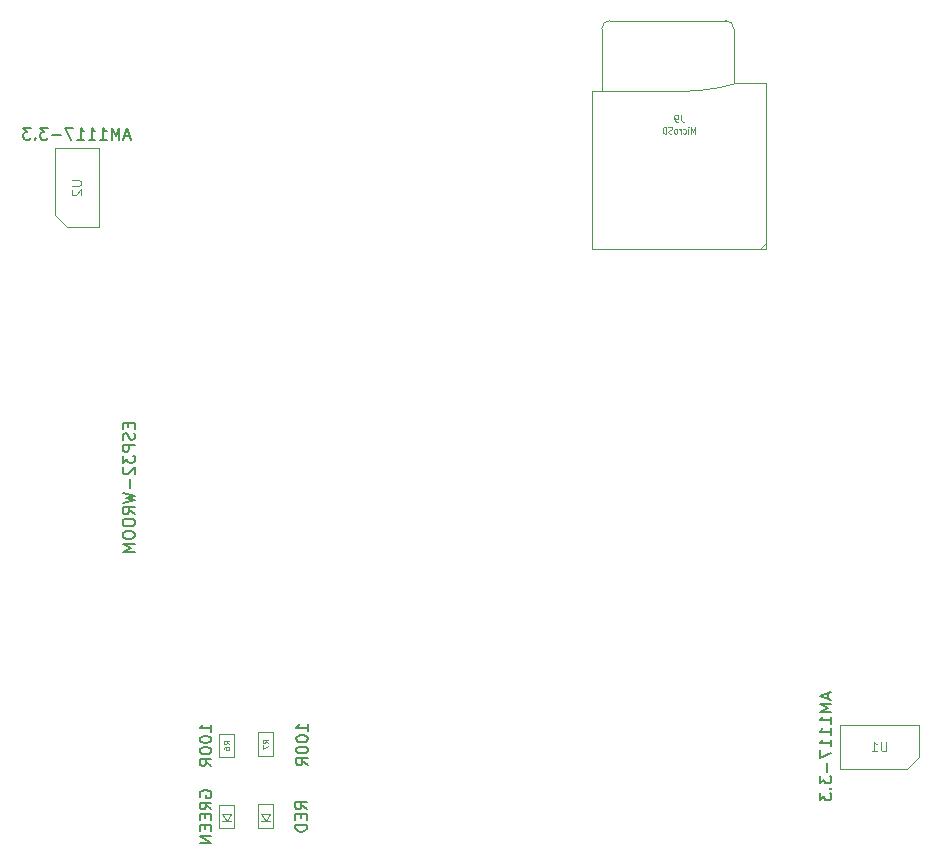
<source format=gbr>
G04 #@! TF.FileFunction,Other,Fab,Bot*
%FSLAX46Y46*%
G04 Gerber Fmt 4.6, Leading zero omitted, Abs format (unit mm)*
G04 Created by KiCad (PCBNEW 4.0.7) date Sat Feb 17 21:33:09 2018*
%MOMM*%
%LPD*%
G01*
G04 APERTURE LIST*
%ADD10C,0.150000*%
%ADD11C,0.100000*%
%ADD12C,0.050000*%
%ADD13C,0.075000*%
%ADD14C,0.120000*%
G04 APERTURE END LIST*
D10*
D11*
X74695000Y-95840500D02*
X73895000Y-95840500D01*
X74295000Y-95840500D02*
X74695000Y-95240500D01*
X73895000Y-95240500D02*
X74295000Y-95840500D01*
X74695000Y-95240500D02*
X73895000Y-95240500D01*
X73675000Y-96440500D02*
X74915000Y-96440500D01*
X73675000Y-94440500D02*
X73675000Y-96440500D01*
X74915000Y-94440500D02*
X73675000Y-94440500D01*
X74915000Y-96440500D02*
X74915000Y-94440500D01*
X77997000Y-95777000D02*
X77197000Y-95777000D01*
X77597000Y-95777000D02*
X77997000Y-95177000D01*
X77197000Y-95177000D02*
X77597000Y-95777000D01*
X77997000Y-95177000D02*
X77197000Y-95177000D01*
X76977000Y-96377000D02*
X78217000Y-96377000D01*
X76977000Y-94377000D02*
X76977000Y-96377000D01*
X78217000Y-94377000D02*
X76977000Y-94377000D01*
X78217000Y-96377000D02*
X78217000Y-94377000D01*
D12*
X119935500Y-46838000D02*
X119435500Y-47338000D01*
X112585500Y-34038000D02*
X114285500Y-33938000D01*
X114285500Y-33938000D02*
X116085500Y-33638000D01*
X116085500Y-33638000D02*
X117285500Y-33338000D01*
X106035500Y-28738000D02*
X106035500Y-34038000D01*
X106735500Y-28038000D02*
X116535500Y-28038000D01*
X106735500Y-28038000D02*
G75*
G03X106035500Y-28738000I0J-700000D01*
G01*
X117235500Y-28738000D02*
X117235500Y-33338000D01*
X116535500Y-28038000D02*
G75*
G02X117235500Y-28738000I0J-700000D01*
G01*
X117235500Y-33338000D02*
X119935500Y-33338000D01*
X105235500Y-34038000D02*
X112585500Y-34038000D01*
X105235500Y-47338000D02*
X119935500Y-47338000D01*
X119935500Y-47338000D02*
X119935500Y-33338000D01*
X105235500Y-47338000D02*
X105235500Y-34038000D01*
D11*
X73675000Y-90408000D02*
X74915000Y-90408000D01*
X73675000Y-88408000D02*
X73675000Y-90408000D01*
X74915000Y-88408000D02*
X73675000Y-88408000D01*
X74915000Y-90408000D02*
X74915000Y-88408000D01*
X76977000Y-90281000D02*
X78217000Y-90281000D01*
X76977000Y-88281000D02*
X76977000Y-90281000D01*
X78217000Y-88281000D02*
X76977000Y-88281000D01*
X78217000Y-90281000D02*
X78217000Y-88281000D01*
X131890000Y-91385000D02*
X132890000Y-90385000D01*
X131890000Y-91385000D02*
X126190000Y-91385000D01*
X132890000Y-90385000D02*
X132890000Y-87685000D01*
X126190000Y-91385000D02*
X126190000Y-87685000D01*
X132890000Y-87685000D02*
X126190000Y-87685000D01*
X59745000Y-44514000D02*
X60745000Y-45514000D01*
X59745000Y-44514000D02*
X59745000Y-38814000D01*
X60745000Y-45514000D02*
X63445000Y-45514000D01*
X59745000Y-38814000D02*
X63445000Y-38814000D01*
X63445000Y-45514000D02*
X63445000Y-38814000D01*
D10*
X72045000Y-93773834D02*
X71997381Y-93678596D01*
X71997381Y-93535739D01*
X72045000Y-93392881D01*
X72140238Y-93297643D01*
X72235476Y-93250024D01*
X72425952Y-93202405D01*
X72568810Y-93202405D01*
X72759286Y-93250024D01*
X72854524Y-93297643D01*
X72949762Y-93392881D01*
X72997381Y-93535739D01*
X72997381Y-93630977D01*
X72949762Y-93773834D01*
X72902143Y-93821453D01*
X72568810Y-93821453D01*
X72568810Y-93630977D01*
X72997381Y-94821453D02*
X72521190Y-94488119D01*
X72997381Y-94250024D02*
X71997381Y-94250024D01*
X71997381Y-94630977D01*
X72045000Y-94726215D01*
X72092619Y-94773834D01*
X72187857Y-94821453D01*
X72330714Y-94821453D01*
X72425952Y-94773834D01*
X72473571Y-94726215D01*
X72521190Y-94630977D01*
X72521190Y-94250024D01*
X72473571Y-95250024D02*
X72473571Y-95583358D01*
X72997381Y-95726215D02*
X72997381Y-95250024D01*
X71997381Y-95250024D01*
X71997381Y-95726215D01*
X72473571Y-96154786D02*
X72473571Y-96488120D01*
X72997381Y-96630977D02*
X72997381Y-96154786D01*
X71997381Y-96154786D01*
X71997381Y-96630977D01*
X72997381Y-97059548D02*
X71997381Y-97059548D01*
X72997381Y-97630977D01*
X71997381Y-97630977D01*
X81097381Y-94797643D02*
X80621190Y-94464309D01*
X81097381Y-94226214D02*
X80097381Y-94226214D01*
X80097381Y-94607167D01*
X80145000Y-94702405D01*
X80192619Y-94750024D01*
X80287857Y-94797643D01*
X80430714Y-94797643D01*
X80525952Y-94750024D01*
X80573571Y-94702405D01*
X80621190Y-94607167D01*
X80621190Y-94226214D01*
X80573571Y-95226214D02*
X80573571Y-95559548D01*
X81097381Y-95702405D02*
X81097381Y-95226214D01*
X80097381Y-95226214D01*
X80097381Y-95702405D01*
X81097381Y-96130976D02*
X80097381Y-96130976D01*
X80097381Y-96369071D01*
X80145000Y-96511929D01*
X80240238Y-96607167D01*
X80335476Y-96654786D01*
X80525952Y-96702405D01*
X80668810Y-96702405D01*
X80859286Y-96654786D01*
X80954524Y-96607167D01*
X81049762Y-96511929D01*
X81097381Y-96369071D01*
X81097381Y-96130976D01*
D11*
X112785500Y-36009429D02*
X112785500Y-36438000D01*
X112814072Y-36523714D01*
X112871215Y-36580857D01*
X112956929Y-36609429D01*
X113014072Y-36609429D01*
X112471214Y-36609429D02*
X112356929Y-36609429D01*
X112299786Y-36580857D01*
X112271214Y-36552286D01*
X112214072Y-36466571D01*
X112185500Y-36352286D01*
X112185500Y-36123714D01*
X112214072Y-36066571D01*
X112242643Y-36038000D01*
X112299786Y-36009429D01*
X112414072Y-36009429D01*
X112471214Y-36038000D01*
X112499786Y-36066571D01*
X112528357Y-36123714D01*
X112528357Y-36266571D01*
X112499786Y-36323714D01*
X112471214Y-36352286D01*
X112414072Y-36380857D01*
X112299786Y-36380857D01*
X112242643Y-36352286D01*
X112214072Y-36323714D01*
X112185500Y-36266571D01*
X113954547Y-37609429D02*
X113954547Y-37009429D01*
X113787881Y-37438000D01*
X113621214Y-37009429D01*
X113621214Y-37609429D01*
X113383118Y-37609429D02*
X113383118Y-37209429D01*
X113383118Y-37009429D02*
X113406928Y-37038000D01*
X113383118Y-37066571D01*
X113359309Y-37038000D01*
X113383118Y-37009429D01*
X113383118Y-37066571D01*
X112930738Y-37580857D02*
X112978357Y-37609429D01*
X113073595Y-37609429D01*
X113121214Y-37580857D01*
X113145023Y-37552286D01*
X113168833Y-37495143D01*
X113168833Y-37323714D01*
X113145023Y-37266571D01*
X113121214Y-37238000D01*
X113073595Y-37209429D01*
X112978357Y-37209429D01*
X112930738Y-37238000D01*
X112716452Y-37609429D02*
X112716452Y-37209429D01*
X112716452Y-37323714D02*
X112692643Y-37266571D01*
X112668833Y-37238000D01*
X112621214Y-37209429D01*
X112573595Y-37209429D01*
X112335500Y-37609429D02*
X112383119Y-37580857D01*
X112406928Y-37552286D01*
X112430738Y-37495143D01*
X112430738Y-37323714D01*
X112406928Y-37266571D01*
X112383119Y-37238000D01*
X112335500Y-37209429D01*
X112264071Y-37209429D01*
X112216452Y-37238000D01*
X112192643Y-37266571D01*
X112168833Y-37323714D01*
X112168833Y-37495143D01*
X112192643Y-37552286D01*
X112216452Y-37580857D01*
X112264071Y-37609429D01*
X112335500Y-37609429D01*
X111978357Y-37580857D02*
X111906928Y-37609429D01*
X111787881Y-37609429D01*
X111740262Y-37580857D01*
X111716452Y-37552286D01*
X111692643Y-37495143D01*
X111692643Y-37438000D01*
X111716452Y-37380857D01*
X111740262Y-37352286D01*
X111787881Y-37323714D01*
X111883119Y-37295143D01*
X111930738Y-37266571D01*
X111954547Y-37238000D01*
X111978357Y-37180857D01*
X111978357Y-37123714D01*
X111954547Y-37066571D01*
X111930738Y-37038000D01*
X111883119Y-37009429D01*
X111764071Y-37009429D01*
X111692643Y-37038000D01*
X111478357Y-37609429D02*
X111478357Y-37009429D01*
X111359310Y-37009429D01*
X111287881Y-37038000D01*
X111240262Y-37095143D01*
X111216453Y-37152286D01*
X111192643Y-37266571D01*
X111192643Y-37352286D01*
X111216453Y-37466571D01*
X111240262Y-37523714D01*
X111287881Y-37580857D01*
X111359310Y-37609429D01*
X111478357Y-37609429D01*
D10*
X72997381Y-88241334D02*
X72997381Y-87669905D01*
X72997381Y-87955619D02*
X71997381Y-87955619D01*
X72140238Y-87860381D01*
X72235476Y-87765143D01*
X72283095Y-87669905D01*
X71997381Y-88860381D02*
X71997381Y-88955620D01*
X72045000Y-89050858D01*
X72092619Y-89098477D01*
X72187857Y-89146096D01*
X72378333Y-89193715D01*
X72616429Y-89193715D01*
X72806905Y-89146096D01*
X72902143Y-89098477D01*
X72949762Y-89050858D01*
X72997381Y-88955620D01*
X72997381Y-88860381D01*
X72949762Y-88765143D01*
X72902143Y-88717524D01*
X72806905Y-88669905D01*
X72616429Y-88622286D01*
X72378333Y-88622286D01*
X72187857Y-88669905D01*
X72092619Y-88717524D01*
X72045000Y-88765143D01*
X71997381Y-88860381D01*
X71997381Y-89812762D02*
X71997381Y-89908001D01*
X72045000Y-90003239D01*
X72092619Y-90050858D01*
X72187857Y-90098477D01*
X72378333Y-90146096D01*
X72616429Y-90146096D01*
X72806905Y-90098477D01*
X72902143Y-90050858D01*
X72949762Y-90003239D01*
X72997381Y-89908001D01*
X72997381Y-89812762D01*
X72949762Y-89717524D01*
X72902143Y-89669905D01*
X72806905Y-89622286D01*
X72616429Y-89574667D01*
X72378333Y-89574667D01*
X72187857Y-89622286D01*
X72092619Y-89669905D01*
X72045000Y-89717524D01*
X71997381Y-89812762D01*
X72997381Y-91146096D02*
X72521190Y-90812762D01*
X72997381Y-90574667D02*
X71997381Y-90574667D01*
X71997381Y-90955620D01*
X72045000Y-91050858D01*
X72092619Y-91098477D01*
X72187857Y-91146096D01*
X72330714Y-91146096D01*
X72425952Y-91098477D01*
X72473571Y-91050858D01*
X72521190Y-90955620D01*
X72521190Y-90574667D01*
D13*
X74521190Y-89324667D02*
X74283095Y-89158000D01*
X74521190Y-89038953D02*
X74021190Y-89038953D01*
X74021190Y-89229429D01*
X74045000Y-89277048D01*
X74068810Y-89300857D01*
X74116429Y-89324667D01*
X74187857Y-89324667D01*
X74235476Y-89300857D01*
X74259286Y-89277048D01*
X74283095Y-89229429D01*
X74283095Y-89038953D01*
X74021190Y-89753238D02*
X74021190Y-89658000D01*
X74045000Y-89610381D01*
X74068810Y-89586572D01*
X74140238Y-89538953D01*
X74235476Y-89515143D01*
X74425952Y-89515143D01*
X74473571Y-89538953D01*
X74497381Y-89562762D01*
X74521190Y-89610381D01*
X74521190Y-89705619D01*
X74497381Y-89753238D01*
X74473571Y-89777048D01*
X74425952Y-89800857D01*
X74306905Y-89800857D01*
X74259286Y-89777048D01*
X74235476Y-89753238D01*
X74211667Y-89705619D01*
X74211667Y-89610381D01*
X74235476Y-89562762D01*
X74259286Y-89538953D01*
X74306905Y-89515143D01*
D10*
X81160881Y-88177834D02*
X81160881Y-87606405D01*
X81160881Y-87892119D02*
X80160881Y-87892119D01*
X80303738Y-87796881D01*
X80398976Y-87701643D01*
X80446595Y-87606405D01*
X80160881Y-88796881D02*
X80160881Y-88892120D01*
X80208500Y-88987358D01*
X80256119Y-89034977D01*
X80351357Y-89082596D01*
X80541833Y-89130215D01*
X80779929Y-89130215D01*
X80970405Y-89082596D01*
X81065643Y-89034977D01*
X81113262Y-88987358D01*
X81160881Y-88892120D01*
X81160881Y-88796881D01*
X81113262Y-88701643D01*
X81065643Y-88654024D01*
X80970405Y-88606405D01*
X80779929Y-88558786D01*
X80541833Y-88558786D01*
X80351357Y-88606405D01*
X80256119Y-88654024D01*
X80208500Y-88701643D01*
X80160881Y-88796881D01*
X80160881Y-89749262D02*
X80160881Y-89844501D01*
X80208500Y-89939739D01*
X80256119Y-89987358D01*
X80351357Y-90034977D01*
X80541833Y-90082596D01*
X80779929Y-90082596D01*
X80970405Y-90034977D01*
X81065643Y-89987358D01*
X81113262Y-89939739D01*
X81160881Y-89844501D01*
X81160881Y-89749262D01*
X81113262Y-89654024D01*
X81065643Y-89606405D01*
X80970405Y-89558786D01*
X80779929Y-89511167D01*
X80541833Y-89511167D01*
X80351357Y-89558786D01*
X80256119Y-89606405D01*
X80208500Y-89654024D01*
X80160881Y-89749262D01*
X81160881Y-91082596D02*
X80684690Y-90749262D01*
X81160881Y-90511167D02*
X80160881Y-90511167D01*
X80160881Y-90892120D01*
X80208500Y-90987358D01*
X80256119Y-91034977D01*
X80351357Y-91082596D01*
X80494214Y-91082596D01*
X80589452Y-91034977D01*
X80637071Y-90987358D01*
X80684690Y-90892120D01*
X80684690Y-90511167D01*
D13*
X77823190Y-89197667D02*
X77585095Y-89031000D01*
X77823190Y-88911953D02*
X77323190Y-88911953D01*
X77323190Y-89102429D01*
X77347000Y-89150048D01*
X77370810Y-89173857D01*
X77418429Y-89197667D01*
X77489857Y-89197667D01*
X77537476Y-89173857D01*
X77561286Y-89150048D01*
X77585095Y-89102429D01*
X77585095Y-88911953D01*
X77323190Y-89364334D02*
X77323190Y-89697667D01*
X77823190Y-89483381D01*
D10*
X125206667Y-85011191D02*
X125206667Y-85487382D01*
X125492381Y-84915953D02*
X124492381Y-85249286D01*
X125492381Y-85582620D01*
X125492381Y-85915953D02*
X124492381Y-85915953D01*
X125206667Y-86249287D01*
X124492381Y-86582620D01*
X125492381Y-86582620D01*
X125492381Y-87582620D02*
X125492381Y-87011191D01*
X125492381Y-87296905D02*
X124492381Y-87296905D01*
X124635238Y-87201667D01*
X124730476Y-87106429D01*
X124778095Y-87011191D01*
X125492381Y-88535001D02*
X125492381Y-87963572D01*
X125492381Y-88249286D02*
X124492381Y-88249286D01*
X124635238Y-88154048D01*
X124730476Y-88058810D01*
X124778095Y-87963572D01*
X125492381Y-89487382D02*
X125492381Y-88915953D01*
X125492381Y-89201667D02*
X124492381Y-89201667D01*
X124635238Y-89106429D01*
X124730476Y-89011191D01*
X124778095Y-88915953D01*
X124492381Y-89820715D02*
X124492381Y-90487382D01*
X125492381Y-90058810D01*
X125111429Y-90868334D02*
X125111429Y-91630239D01*
X124492381Y-92011191D02*
X124492381Y-92630239D01*
X124873333Y-92296905D01*
X124873333Y-92439763D01*
X124920952Y-92535001D01*
X124968571Y-92582620D01*
X125063810Y-92630239D01*
X125301905Y-92630239D01*
X125397143Y-92582620D01*
X125444762Y-92535001D01*
X125492381Y-92439763D01*
X125492381Y-92154048D01*
X125444762Y-92058810D01*
X125397143Y-92011191D01*
X125397143Y-93058810D02*
X125444762Y-93106429D01*
X125492381Y-93058810D01*
X125444762Y-93011191D01*
X125397143Y-93058810D01*
X125492381Y-93058810D01*
X124492381Y-93439762D02*
X124492381Y-94058810D01*
X124873333Y-93725476D01*
X124873333Y-93868334D01*
X124920952Y-93963572D01*
X124968571Y-94011191D01*
X125063810Y-94058810D01*
X125301905Y-94058810D01*
X125397143Y-94011191D01*
X125444762Y-93963572D01*
X125492381Y-93868334D01*
X125492381Y-93582619D01*
X125444762Y-93487381D01*
X125397143Y-93439762D01*
D14*
X130149524Y-89096905D02*
X130149524Y-89744524D01*
X130111429Y-89820714D01*
X130073333Y-89858810D01*
X129997143Y-89896905D01*
X129844762Y-89896905D01*
X129768571Y-89858810D01*
X129730476Y-89820714D01*
X129692381Y-89744524D01*
X129692381Y-89096905D01*
X128892381Y-89896905D02*
X129349524Y-89896905D01*
X129120953Y-89896905D02*
X129120953Y-89096905D01*
X129197143Y-89211190D01*
X129273334Y-89287381D01*
X129349524Y-89325476D01*
D10*
X66118809Y-37830667D02*
X65642618Y-37830667D01*
X66214047Y-38116381D02*
X65880714Y-37116381D01*
X65547380Y-38116381D01*
X65214047Y-38116381D02*
X65214047Y-37116381D01*
X64880713Y-37830667D01*
X64547380Y-37116381D01*
X64547380Y-38116381D01*
X63547380Y-38116381D02*
X64118809Y-38116381D01*
X63833095Y-38116381D02*
X63833095Y-37116381D01*
X63928333Y-37259238D01*
X64023571Y-37354476D01*
X64118809Y-37402095D01*
X62594999Y-38116381D02*
X63166428Y-38116381D01*
X62880714Y-38116381D02*
X62880714Y-37116381D01*
X62975952Y-37259238D01*
X63071190Y-37354476D01*
X63166428Y-37402095D01*
X61642618Y-38116381D02*
X62214047Y-38116381D01*
X61928333Y-38116381D02*
X61928333Y-37116381D01*
X62023571Y-37259238D01*
X62118809Y-37354476D01*
X62214047Y-37402095D01*
X61309285Y-37116381D02*
X60642618Y-37116381D01*
X61071190Y-38116381D01*
X60261666Y-37735429D02*
X59499761Y-37735429D01*
X59118809Y-37116381D02*
X58499761Y-37116381D01*
X58833095Y-37497333D01*
X58690237Y-37497333D01*
X58594999Y-37544952D01*
X58547380Y-37592571D01*
X58499761Y-37687810D01*
X58499761Y-37925905D01*
X58547380Y-38021143D01*
X58594999Y-38068762D01*
X58690237Y-38116381D01*
X58975952Y-38116381D01*
X59071190Y-38068762D01*
X59118809Y-38021143D01*
X58071190Y-38021143D02*
X58023571Y-38068762D01*
X58071190Y-38116381D01*
X58118809Y-38068762D01*
X58071190Y-38021143D01*
X58071190Y-38116381D01*
X57690238Y-37116381D02*
X57071190Y-37116381D01*
X57404524Y-37497333D01*
X57261666Y-37497333D01*
X57166428Y-37544952D01*
X57118809Y-37592571D01*
X57071190Y-37687810D01*
X57071190Y-37925905D01*
X57118809Y-38021143D01*
X57166428Y-38068762D01*
X57261666Y-38116381D01*
X57547381Y-38116381D01*
X57642619Y-38068762D01*
X57690238Y-38021143D01*
D14*
X61156905Y-41554476D02*
X61804524Y-41554476D01*
X61880714Y-41592571D01*
X61918810Y-41630667D01*
X61956905Y-41706857D01*
X61956905Y-41859238D01*
X61918810Y-41935429D01*
X61880714Y-41973524D01*
X61804524Y-42011619D01*
X61156905Y-42011619D01*
X61233095Y-42354476D02*
X61195000Y-42392571D01*
X61156905Y-42468762D01*
X61156905Y-42659238D01*
X61195000Y-42735428D01*
X61233095Y-42773524D01*
X61309286Y-42811619D01*
X61385476Y-42811619D01*
X61499762Y-42773524D01*
X61956905Y-42316381D01*
X61956905Y-42811619D01*
D10*
X65968571Y-62111619D02*
X65968571Y-62444953D01*
X66492381Y-62587810D02*
X66492381Y-62111619D01*
X65492381Y-62111619D01*
X65492381Y-62587810D01*
X66444762Y-62968762D02*
X66492381Y-63111619D01*
X66492381Y-63349715D01*
X66444762Y-63444953D01*
X66397143Y-63492572D01*
X66301905Y-63540191D01*
X66206667Y-63540191D01*
X66111429Y-63492572D01*
X66063810Y-63444953D01*
X66016190Y-63349715D01*
X65968571Y-63159238D01*
X65920952Y-63064000D01*
X65873333Y-63016381D01*
X65778095Y-62968762D01*
X65682857Y-62968762D01*
X65587619Y-63016381D01*
X65540000Y-63064000D01*
X65492381Y-63159238D01*
X65492381Y-63397334D01*
X65540000Y-63540191D01*
X66492381Y-63968762D02*
X65492381Y-63968762D01*
X65492381Y-64349715D01*
X65540000Y-64444953D01*
X65587619Y-64492572D01*
X65682857Y-64540191D01*
X65825714Y-64540191D01*
X65920952Y-64492572D01*
X65968571Y-64444953D01*
X66016190Y-64349715D01*
X66016190Y-63968762D01*
X65492381Y-64873524D02*
X65492381Y-65492572D01*
X65873333Y-65159238D01*
X65873333Y-65302096D01*
X65920952Y-65397334D01*
X65968571Y-65444953D01*
X66063810Y-65492572D01*
X66301905Y-65492572D01*
X66397143Y-65444953D01*
X66444762Y-65397334D01*
X66492381Y-65302096D01*
X66492381Y-65016381D01*
X66444762Y-64921143D01*
X66397143Y-64873524D01*
X65587619Y-65873524D02*
X65540000Y-65921143D01*
X65492381Y-66016381D01*
X65492381Y-66254477D01*
X65540000Y-66349715D01*
X65587619Y-66397334D01*
X65682857Y-66444953D01*
X65778095Y-66444953D01*
X65920952Y-66397334D01*
X66492381Y-65825905D01*
X66492381Y-66444953D01*
X66111429Y-66873524D02*
X66111429Y-67635429D01*
X65492381Y-68016381D02*
X66492381Y-68254476D01*
X65778095Y-68444953D01*
X66492381Y-68635429D01*
X65492381Y-68873524D01*
X66492381Y-69825905D02*
X66016190Y-69492571D01*
X66492381Y-69254476D02*
X65492381Y-69254476D01*
X65492381Y-69635429D01*
X65540000Y-69730667D01*
X65587619Y-69778286D01*
X65682857Y-69825905D01*
X65825714Y-69825905D01*
X65920952Y-69778286D01*
X65968571Y-69730667D01*
X66016190Y-69635429D01*
X66016190Y-69254476D01*
X65492381Y-70444952D02*
X65492381Y-70635429D01*
X65540000Y-70730667D01*
X65635238Y-70825905D01*
X65825714Y-70873524D01*
X66159048Y-70873524D01*
X66349524Y-70825905D01*
X66444762Y-70730667D01*
X66492381Y-70635429D01*
X66492381Y-70444952D01*
X66444762Y-70349714D01*
X66349524Y-70254476D01*
X66159048Y-70206857D01*
X65825714Y-70206857D01*
X65635238Y-70254476D01*
X65540000Y-70349714D01*
X65492381Y-70444952D01*
X65492381Y-71492571D02*
X65492381Y-71683048D01*
X65540000Y-71778286D01*
X65635238Y-71873524D01*
X65825714Y-71921143D01*
X66159048Y-71921143D01*
X66349524Y-71873524D01*
X66444762Y-71778286D01*
X66492381Y-71683048D01*
X66492381Y-71492571D01*
X66444762Y-71397333D01*
X66349524Y-71302095D01*
X66159048Y-71254476D01*
X65825714Y-71254476D01*
X65635238Y-71302095D01*
X65540000Y-71397333D01*
X65492381Y-71492571D01*
X66492381Y-72349714D02*
X65492381Y-72349714D01*
X66206667Y-72683048D01*
X65492381Y-73016381D01*
X66492381Y-73016381D01*
M02*

</source>
